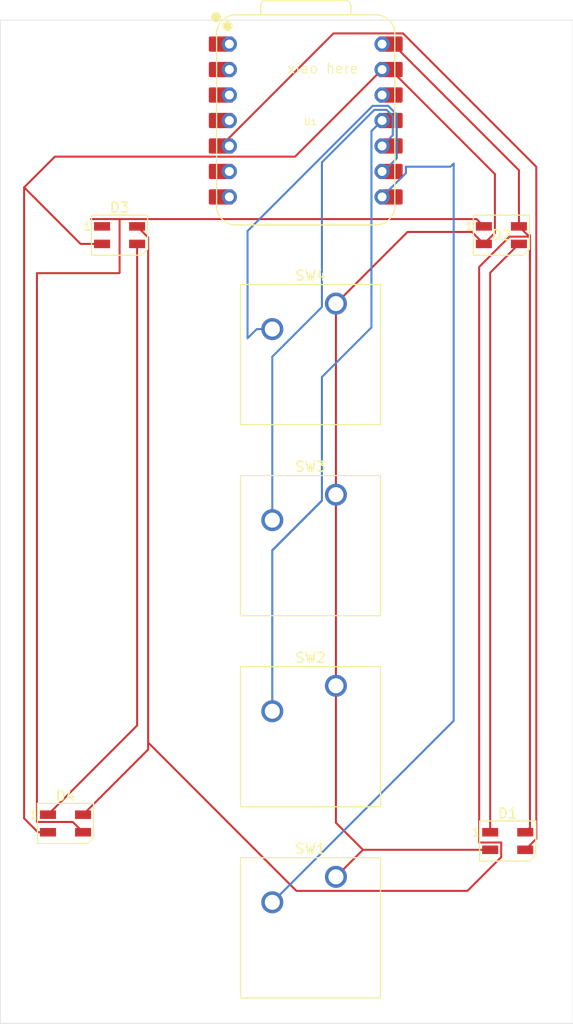
<source format=kicad_pcb>
(kicad_pcb (version 20241229) (generator "pcbnew") (generator_version "9.0")
  (layers (0 "F.Cu" signal) (2 "B.Cu" signal) (13 "F.Paste" user) (15 "B.Paste" user) (5 "F.SilkS" user "F.Silkscreen") (7 "B.SilkS" user "B.Silkscreen") (1 "F.Mask" user) (3 "B.Mask" user) (25 "Edge.Cuts" user))
  (net 0 "")
  (net 1 "GND")
  (net 2 "Net-(D1-DOUT)")
  (net 3 "Net-(D1-DIN)")
  (net 4 "+5V")
  (net 5 "Net-(D2-DOUT)")
  (net 7 "Net-(D3-DIN)")
  (net 8 "Net-(U1-GPIO1{slash}RX)")
  (net 9 "Net-(U1-GPIO3{slash}MOSI)")
  (net 10 "Net-(U1-GPIO4{slash}MISO)")
  (net 11 "Net-(U1-GPIO2{slash}SCK)")
  (footprint "Button_Switch_Keyboard:SW_Cherry_MX_1.00u_PCB" (layer "F.Cu") (at 152.55875 52.07)
    (property "Reference" "SW4" (at -2.54 -2.794 0) (layer "F.SilkS"))
    (property "Value" "SW_Push")
    (fp_line (start -9.525 -1.905) (end 4.445 -1.905) (stroke (width 0.12)) (layer "F.SilkS"))
    (fp_line (start -9.525 12.065) (end -9.525 -1.905) (stroke (width 0.12)) (layer "F.SilkS"))
    (fp_line (start 4.445 -1.905) (end 4.445 12.065) (stroke (width 0.12)) (layer "F.SilkS"))
    (fp_line (start 4.445 12.065) (end -9.525 12.065) (stroke (width 0.12)) (layer "F.SilkS"))
    (pad "" np_thru_hole circle (at -7.62 5.08) (size 1.7 1.7) (drill 1.7) (layers "*.Cu" "*.Mask"))
    (pad "" np_thru_hole circle (at -2.54 5.08) (size 4 4) (drill 4) (layers "*.Cu" "*.Mask"))
    (pad "" np_thru_hole circle (at 2.54 5.08) (size 1.7 1.7) (drill 1.7) (layers "*.Cu" "*.Mask"))
    (pad "1" thru_hole circle (at 0 0) (size 2.2 2.2) (drill 1.5) (layers "*.Cu" "*.Mask") (net 1 "GND"))
    (pad "2" thru_hole circle (at -6.35 2.54) (size 2.2 2.2) (drill 1.5) (layers "*.Cu" "*.Mask") (net 11 "Net-(U1-GPIO2{slash}SCK)"))
  )
  (footprint "Seeed Studio XIAO Series Library:XIAO-RP2040-DIP" (layer "F.Cu") (at 149.5425 33.81375)
    (property "Reference" "U1" (at 0.47625 0.15875 0) (layer "F.SilkS") (effects (font (size 0.635 0.635) (thickness 0.1016))))
    (property "Value" "XIAO-RP2040-DIP")
    (fp_line (start -8.89 8.509) (end -8.89 -8.636) (stroke (width 0.127)) (layer "F.SilkS"))
    (fp_line (start -6.985 10.414) (end 6.985 10.414) (stroke (width 0.127)) (layer "F.SilkS"))
    (fp_line (start -4.495 -10.541) (end -4.491272 -11.451272) (stroke (width 0.127)) (layer "F.SilkS"))
    (fp_line (start -3.991272 -11.951) (end 4.004 -11.951) (stroke (width 0.127)) (layer "F.SilkS"))
    (fp_line (start 4.504 -11.451) (end 4.504 -10.541) (stroke (width 0.127)) (layer "F.SilkS"))
    (fp_line (start 6.985 -10.541) (end -6.985 -10.541) (stroke (width 0.1)) (layer "F.SilkS"))
    (fp_line (start 6.985 -10.541) (end -6.985 -10.541) (stroke (width 0.127)) (layer "F.SilkS"))
    (fp_line (start 8.89 8.509) (end 8.89 -8.636) (stroke (width 0.127)) (layer "F.SilkS"))
    (fp_arc (start -8.89 -8.636) (mid -8.332038 -9.983038) (end -6.985 -10.541) (stroke (width 0.127)) (layer "F.SilkS"))
    (fp_arc (start -6.985 10.414) (mid -8.332038 9.856038) (end -8.89 8.509) (stroke (width 0.127)) (layer "F.SilkS"))
    (fp_arc (start -4.491272 -11.451272) (mid -4.344728 -11.80464) (end -3.991272 -11.951) (stroke (width 0.127)) (layer "F.SilkS"))
    (fp_arc (start 4.004 -11.951) (mid 4.357553 -11.804553) (end 4.504 -11.451) (stroke (width 0.127)) (layer "F.SilkS"))
    (fp_arc (start 6.985 -10.541) (mid 8.332038 -9.983038) (end 8.89 -8.636) (stroke (width 0.127)) (layer "F.SilkS"))
    (fp_arc (start 8.89 8.509) (mid 8.332038 9.856038) (end 6.985 10.414) (stroke (width 0.127)) (layer "F.SilkS"))
    (fp_circle (center -8.95 -10.3) (end -8.95 -10.554) (stroke (width 0.5)) (fill yes) (layer "F.SilkS"))
    (fp_circle (center -7.807 -9.42) (end -7.807 -9.674) (stroke (width 0.5)) (fill yes) (layer "F.SilkS"))
    (pad "1" smd roundrect (at -8.455 -7.62 180) (size 2.432 1.524) (layers "F.Cu" "F.Mask") (roundrect_rratio 0.1))
    (pad "1" thru_hole circle (at -7.62 -7.62 180) (size 1.524 1.524) (drill 0.889) (layers "*.Cu" "*.Mask"))
    (pad "2" smd roundrect (at -8.455 -5.08 180) (size 2.432 1.524) (layers "F.Cu" "F.Mask") (roundrect_rratio 0.1))
    (pad "2" thru_hole circle (at -7.62 -5.08 180) (size 1.524 1.524) (drill 0.889) (layers "*.Cu" "*.Mask"))
    (pad "3" smd roundrect (at -8.455 -2.54 180) (size 2.432 1.524) (layers "F.Cu" "F.Mask") (roundrect_rratio 0.1))
    (pad "3" thru_hole circle (at -7.62 -2.54 180) (size 1.524 1.524) (drill 0.889) (layers "*.Cu" "*.Mask"))
    (pad "4" smd roundrect (at -8.455 0 180) (size 2.432 1.524) (layers "F.Cu" "F.Mask") (roundrect_rratio 0.1))
    (pad "4" thru_hole circle (at -7.62 0 180) (size 1.524 1.524) (drill 0.889) (layers "*.Cu" "*.Mask"))
    (pad "5" smd roundrect (at -8.455 2.54 180) (size 2.432 1.524) (layers "F.Cu" "F.Mask") (roundrect_rratio 0.1) (net 3 "Net-(D1-DIN)"))
    (pad "5" thru_hole circle (at -7.62 2.54 180) (size 1.524 1.524) (drill 0.889) (layers "*.Cu" "*.Mask") (net 3 "Net-(D1-DIN)"))
    (pad "6" smd roundrect (at -8.455 5.08 180) (size 2.432 1.524) (layers "F.Cu" "F.Mask") (roundrect_rratio 0.1))
    (pad "6" thru_hole circle (at -7.62 5.08 180) (size 1.524 1.524) (drill 0.889) (layers "*.Cu" "*.Mask"))
    (pad "7" smd roundrect (at -8.455 7.62 180) (size 2.432 1.524) (layers "F.Cu" "F.Mask") (roundrect_rratio 0.1))
    (pad "7" thru_hole circle (at -7.62 7.62 180) (size 1.524 1.524) (drill 0.889) (layers "*.Cu" "*.Mask"))
    (pad "8" thru_hole circle (at 7.62 7.62) (size 1.524 1.524) (drill 0.889) (layers "*.Cu" "*.Mask") (net 8 "Net-(U1-GPIO1{slash}RX)"))
    (pad "8" smd roundrect (at 8.455 7.62) (size 2.432 1.524) (layers "F.Cu" "F.Mask") (roundrect_rratio 0.1) (net 8 "Net-(U1-GPIO1{slash}RX)"))
    (pad "9" thru_hole circle (at 7.62 5.08) (size 1.524 1.524) (drill 0.889) (layers "*.Cu" "*.Mask") (net 11 "Net-(U1-GPIO2{slash}SCK)"))
    (pad "9" smd roundrect (at 8.455 5.08) (size 2.432 1.524) (layers "F.Cu" "F.Mask") (roundrect_rratio 0.1) (net 11 "Net-(U1-GPIO2{slash}SCK)"))
    (pad "10" thru_hole circle (at 7.62 2.54) (size 1.524 1.524) (drill 0.889) (layers "*.Cu" "*.Mask") (net 10 "Net-(U1-GPIO4{slash}MISO)"))
    (pad "10" smd roundrect (at 8.455 2.54) (size 2.432 1.524) (layers "F.Cu" "F.Mask") (roundrect_rratio 0.1) (net 10 "Net-(U1-GPIO4{slash}MISO)"))
    (pad "11" thru_hole circle (at 7.62 0) (size 1.524 1.524) (drill 0.889) (layers "*.Cu" "*.Mask") (net 9 "Net-(U1-GPIO3{slash}MOSI)"))
    (pad "11" smd roundrect (at 8.455 0) (size 2.432 1.524) (layers "F.Cu" "F.Mask") (roundrect_rratio 0.1) (net 9 "Net-(U1-GPIO3{slash}MOSI)"))
    (pad "12" thru_hole circle (at 7.62 -2.54) (size 1.524 1.524) (drill 0.889) (layers "*.Cu" "*.Mask"))
    (pad "12" smd roundrect (at 8.455 -2.54) (size 2.432 1.524) (layers "F.Cu" "F.Mask") (roundrect_rratio 0.1))
    (pad "13" thru_hole circle (at 7.62 -5.08) (size 1.524 1.524) (drill 0.889) (layers "*.Cu" "*.Mask") (net 1 "GND"))
    (pad "13" smd roundrect (at 8.455 -5.08) (size 2.432 1.524) (layers "F.Cu" "F.Mask") (roundrect_rratio 0.1) (net 1 "GND"))
    (pad "14" thru_hole circle (at 7.62 -7.62) (size 1.524 1.524) (drill 0.889) (layers "*.Cu" "*.Mask") (net 4 "+5V"))
    (pad "14" smd roundrect (at 8.455 -7.62) (size 2.432 1.524) (layers "F.Cu" "F.Mask") (roundrect_rratio 0.1) (net 4 "+5V"))
  )
  (footprint "LED_SMD:LED_SK6812MINI_PLCC4_3.5x3.5mm_P1.75mm" (layer "F.Cu") (at 130.96875 45.24375)
    (property "Reference" "D3" (at 0 -2.75 0) (layer "F.SilkS"))
    (property "Value" "SK6812MINI")
    (fp_line (start -2.8 -2) (end -2.8 2) (stroke (width 0.12)) (layer "F.SilkS"))
    (fp_line (start -2.8 -2) (end 2.8 -2) (stroke (width 0.12)) (layer "F.SilkS"))
    (fp_line (start -2.8 2) (end 2.2 2) (stroke (width 0.12)) (layer "F.SilkS"))
    (fp_line (start 2.8 1.4) (end 2.2 2) (stroke (width 0.12)) (layer "F.SilkS"))
    (fp_line (start 2.8 1.4) (end 2.8 -2) (stroke (width 0.12)) (layer "F.SilkS"))
    (fp_text user "1" (at -3.2 -0.875 0) (layer "F.SilkS") (effects (font (size 0.8 0.8))))
    (pad "1" smd rect (at -1.75 -0.875) (size 1.6 0.85) (layers "F.Cu" "F.Mask" "F.Paste"))
    (pad "2" smd rect (at -1.75 0.875) (size 1.6 0.85) (layers "F.Cu" "F.Mask" "F.Paste") (net 1 "GND"))
    (pad "3" smd rect (at 1.75 0.875) (size 1.6 0.85) (layers "F.Cu" "F.Mask" "F.Paste") (net 7 "Net-(D3-DIN)"))
    (pad "4" smd rect (at 1.75 -0.875) (size 1.6 0.85) (layers "F.Cu" "F.Mask" "F.Paste") (net 4 "+5V"))
  )
  (footprint "Button_Switch_Keyboard:SW_Cherry_MX_1.00u_PCB" (layer "F.Cu") (at 152.55875 71.12)
    (property "Reference" "SW3" (at -2.54 -2.794 0) (layer "F.SilkS"))
    (property "Value" "SW_Push")
    (fp_line (start -9.525 -1.905) (end 4.445 -1.905) (stroke (width 0.12)) (layer "F.SilkS"))
    (fp_line (start -9.525 12.065) (end -9.525 -1.905) (stroke (width 0.12)) (layer "F.SilkS"))
    (fp_line (start 4.445 -1.905) (end 4.445 12.065) (stroke (width 0.12)) (layer "F.SilkS"))
    (fp_line (start 4.445 12.065) (end -9.525 12.065) (stroke (width 0.12)) (layer "F.SilkS"))
    (pad "" np_thru_hole circle (at -7.62 5.08) (size 1.7 1.7) (drill 1.7) (layers "*.Cu" "*.Mask"))
    (pad "" np_thru_hole circle (at -2.54 5.08) (size 4 4) (drill 4) (layers "*.Cu" "*.Mask"))
    (pad "" np_thru_hole circle (at 2.54 5.08) (size 1.7 1.7) (drill 1.7) (layers "*.Cu" "*.Mask"))
    (pad "1" thru_hole circle (at 0 0) (size 2.2 2.2) (drill 1.5) (layers "*.Cu" "*.Mask") (net 1 "GND"))
    (pad "2" thru_hole circle (at -6.35 2.54) (size 2.2 2.2) (drill 1.5) (layers "*.Cu" "*.Mask") (net 10 "Net-(U1-GPIO4{slash}MISO)"))
  )
  (footprint "Button_Switch_Keyboard:SW_Cherry_MX_1.00u_PCB" (layer "F.Cu") (at 152.55875 90.17)
    (property "Reference" "SW2" (at -2.54 -2.794 0) (layer "F.SilkS"))
    (property "Value" "SW_Push")
    (fp_line (start -9.525 -1.905) (end 4.445 -1.905) (stroke (width 0.12)) (layer "F.SilkS"))
    (fp_line (start -9.525 12.065) (end -9.525 -1.905) (stroke (width 0.12)) (layer "F.SilkS"))
    (fp_line (start 4.445 -1.905) (end 4.445 12.065) (stroke (width 0.12)) (layer "F.SilkS"))
    (fp_line (start 4.445 12.065) (end -9.525 12.065) (stroke (width 0.12)) (layer "F.SilkS"))
    (pad "" np_thru_hole circle (at -7.62 5.08) (size 1.7 1.7) (drill 1.7) (layers "*.Cu" "*.Mask"))
    (pad "" np_thru_hole circle (at -2.54 5.08) (size 4 4) (drill 4) (layers "*.Cu" "*.Mask"))
    (pad "" np_thru_hole circle (at 2.54 5.08) (size 1.7 1.7) (drill 1.7) (layers "*.Cu" "*.Mask"))
    (pad "1" thru_hole circle (at 0 0) (size 2.2 2.2) (drill 1.5) (layers "*.Cu" "*.Mask") (net 1 "GND"))
    (pad "2" thru_hole circle (at -6.35 2.54) (size 2.2 2.2) (drill 1.5) (layers "*.Cu" "*.Mask") (net 9 "Net-(U1-GPIO3{slash}MOSI)"))
  )
  (footprint "Button_Switch_Keyboard:SW_Cherry_MX_1.00u_PCB" (layer "F.Cu") (at 152.55875 109.22)
    (property "Reference" "SW1" (at -2.54 -2.794 0) (layer "F.SilkS"))
    (property "Value" "SW_Push")
    (fp_line (start -9.525 -1.905) (end 4.445 -1.905) (stroke (width 0.12)) (layer "F.SilkS"))
    (fp_line (start -9.525 12.065) (end -9.525 -1.905) (stroke (width 0.12)) (layer "F.SilkS"))
    (fp_line (start 4.445 -1.905) (end 4.445 12.065) (stroke (width 0.12)) (layer "F.SilkS"))
    (fp_line (start 4.445 12.065) (end -9.525 12.065) (stroke (width 0.12)) (layer "F.SilkS"))
    (pad "" np_thru_hole circle (at -7.62 5.08) (size 1.7 1.7) (drill 1.7) (layers "*.Cu" "*.Mask"))
    (pad "" np_thru_hole circle (at -2.54 5.08) (size 4 4) (drill 4) (layers "*.Cu" "*.Mask"))
    (pad "" np_thru_hole circle (at 2.54 5.08) (size 1.7 1.7) (drill 1.7) (layers "*.Cu" "*.Mask"))
    (pad "1" thru_hole circle (at 0 0) (size 2.2 2.2) (drill 1.5) (layers "*.Cu" "*.Mask") (net 1 "GND"))
    (pad "2" thru_hole circle (at -6.35 2.54) (size 2.2 2.2) (drill 1.5) (layers "*.Cu" "*.Mask") (net 8 "Net-(U1-GPIO1{slash}RX)"))
  )
  (footprint "LED_SMD:LED_SK6812MINI_PLCC4_3.5x3.5mm_P1.75mm" (layer "F.Cu") (at 169.7 105.65)
    (property "Reference" "D1" (at 0 -2.75 0) (layer "F.SilkS"))
    (property "Value" "SK6812MINI")
    (fp_line (start -2.8 -2) (end -2.8 2) (stroke (width 0.12)) (layer "F.SilkS"))
    (fp_line (start -2.8 -2) (end 2.8 -2) (stroke (width 0.12)) (layer "F.SilkS"))
    (fp_line (start -2.8 2) (end 2.2 2) (stroke (width 0.12)) (layer "F.SilkS"))
    (fp_line (start 2.8 1.4) (end 2.2 2) (stroke (width 0.12)) (layer "F.SilkS"))
    (fp_line (start 2.8 1.4) (end 2.8 -2) (stroke (width 0.12)) (layer "F.SilkS"))
    (fp_text user "1" (at -3.2 -0.875 0) (layer "F.SilkS") (effects (font (size 0.8 0.8))))
    (pad "1" smd rect (at -1.75 -0.875) (size 1.6 0.85) (layers "F.Cu" "F.Mask" "F.Paste") (net 2 "Net-(D1-DOUT)"))
    (pad "2" smd rect (at -1.75 0.875) (size 1.6 0.85) (layers "F.Cu" "F.Mask" "F.Paste") (net 1 "GND"))
    (pad "3" smd rect (at 1.75 0.875) (size 1.6 0.85) (layers "F.Cu" "F.Mask" "F.Paste") (net 3 "Net-(D1-DIN)"))
    (pad "4" smd rect (at 1.75 -0.875) (size 1.6 0.85) (layers "F.Cu" "F.Mask" "F.Paste") (net 4 "+5V"))
  )
  (footprint "LED_SMD:LED_SK6812MINI_PLCC4_3.5x3.5mm_P1.75mm" (layer "F.Cu") (at 125.575 103.9)
    (property "Reference" "D4" (at 0 -2.75 0) (layer "F.SilkS"))
    (property "Value" "SK6812MINI")
    (fp_line (start -2.8 -2) (end -2.8 2) (stroke (width 0.12)) (layer "F.SilkS"))
    (fp_line (start -2.8 -2) (end 2.8 -2) (stroke (width 0.12)) (layer "F.SilkS"))
    (fp_line (start -2.8 2) (end 2.2 2) (stroke (width 0.12)) (layer "F.SilkS"))
    (fp_line (start 2.8 1.4) (end 2.2 2) (stroke (width 0.12)) (layer "F.SilkS"))
    (fp_line (start 2.8 1.4) (end 2.8 -2) (stroke (width 0.12)) (layer "F.SilkS"))
    (fp_text user "1" (at -3.2 -0.875 0) (layer "F.SilkS") (effects (font (size 0.8 0.8))))
    (pad "1" smd rect (at -1.75 -0.875) (size 1.6 0.85) (layers "F.Cu" "F.Mask" "F.Paste") (net 7 "Net-(D3-DIN)"))
    (pad "2" smd rect (at -1.75 0.875) (size 1.6 0.85) (layers "F.Cu" "F.Mask" "F.Paste") (net 1 "GND"))
    (pad "3" smd rect (at 1.75 0.875) (size 1.6 0.85) (layers "F.Cu" "F.Mask" "F.Paste") (net 5 "Net-(D2-DOUT)"))
    (pad "4" smd rect (at 1.75 -0.875) (size 1.6 0.85) (layers "F.Cu" "F.Mask" "F.Paste") (net 4 "+5V"))
  )
  (footprint "LED_SMD:LED_SK6812MINI_PLCC4_3.5x3.5mm_P1.75mm" (layer "F.Cu") (at 169.06875 45.24375)
    (property "Reference" "D2" (at 0 0 0) (layer "F.SilkS"))
    (property "Value" "SK6812MINI")
    (fp_line (start -2.8 -2) (end -2.8 2) (stroke (width 0.12)) (layer "F.SilkS"))
    (fp_line (start -2.8 -2) (end 2.8 -2) (stroke (width 0.12)) (layer "F.SilkS"))
    (fp_line (start -2.8 2) (end 2.2 2) (stroke (width 0.12)) (layer "F.SilkS"))
    (fp_line (start 2.8 1.4) (end 2.2 2) (stroke (width 0.12)) (layer "F.SilkS"))
    (fp_line (start 2.8 1.4) (end 2.8 -2) (stroke (width 0.12)) (layer "F.SilkS"))
    (fp_text user "1" (at -3.2 -0.875 0) (layer "F.SilkS") (effects (font (size 0.8 0.8))))
    (pad "1" smd rect (at -1.75 -0.875) (size 1.6 0.85) (layers "F.Cu" "F.Mask" "F.Paste") (net 5 "Net-(D2-DOUT)"))
    (pad "2" smd rect (at -1.75 0.875) (size 1.6 0.85) (layers "F.Cu" "F.Mask" "F.Paste") (net 1 "GND"))
    (pad "3" smd rect (at 1.75 0.875) (size 1.6 0.85) (layers "F.Cu" "F.Mask" "F.Paste") (net 2 "Net-(D1-DOUT)"))
    (pad "4" smd rect (at 1.75 -0.875) (size 1.6 0.85) (layers "F.Cu" "F.Mask" "F.Paste") (net 4 "+5V"))
  )
  (gr_rect (start 119.0625 23.8125) (end 176.2125 123.825) (stroke (width 0.05)) (fill no) (layer "Edge.Cuts"))
  (gr_text "xiao here" (at 147.6375 29.21 0) (layer "F.SilkS") (effects (font (size 1 1) (thickness 0.1)) (justify left bottom)))
  (segment (start 152.55875 103.83) (end 155.25375 106.525) (width 0.2) (layer "F.Cu") (net 1))
  (segment (start 152.55875 71.12) (end 152.55875 52.07) (width 0.2) (layer "F.Cu") (net 1))
  (segment (start 152.87625 89.8525) (end 152.55875 90.17) (width 0.2) (layer "F.Cu") (net 1))
  (segment (start 168.41975 45.01775) (end 168.41975 39.156) (width 0.2) (layer "F.Cu") (net 1))
  (segment (start 159.7025 44.92625) (end 152.55875 52.07) (width 0.2) (layer "F.Cu") (net 1))
  (segment (start 155.25375 106.525) (end 152.55875 109.22) (width 0.2) (layer "F.Cu") (net 1))
  (segment (start 166.12625 44.92625) (end 167.31875 46.11875) (width 0.2) (layer "F.Cu") (net 1))
  (segment (start 148.4795 37.41675) (end 124.50825 37.41675) (width 0.2) (layer "F.Cu") (net 1))
  (segment (start 121.44375 103.39375) (end 122.825 104.775) (width 0.2) (layer "F.Cu") (net 1))
  (segment (start 168.41975 39.156) (end 157.9975 28.73375) (width 0.2) (layer "F.Cu") (net 1))
  (segment (start 121.44375 40.48125) (end 127.08125 46.11875) (width 0.2) (layer "F.Cu") (net 1))
  (segment (start 167.95 106.525) (end 155.25375 106.525) (width 0.2) (layer "F.Cu") (net 1))
  (segment (start 166.12625 44.92625) (end 159.7025 44.92625) (width 0.2) (layer "F.Cu") (net 1))
  (segment (start 127.08125 46.11875) (end 129.21875 46.11875) (width 0.2) (layer "F.Cu") (net 1))
  (segment (start 124.50825 37.41675) (end 121.44375 40.48125) (width 0.2) (layer "F.Cu") (net 1))
  (segment (start 121.44375 40.48125) (end 121.44375 103.39375) (width 0.2) (layer "F.Cu") (net 1))
  (segment (start 152.87625 70.8025) (end 152.55875 71.12) (width 0.2) (layer "F.Cu") (net 1))
  (segment (start 157.1625 28.73375) (end 148.4795 37.41675) (width 0.2) (layer "F.Cu") (net 1))
  (segment (start 152.55875 52.07) (end 152.55875 52.22875) (width 0.2) (layer "F.Cu") (net 1))
  (segment (start 122.825 104.775) (end 123.825 104.775) (width 0.2) (layer "F.Cu") (net 1))
  (segment (start 152.55875 52.22875) (end 152.4 52.3875) (width 0.2) (layer "F.Cu") (net 1))
  (segment (start 152.55875 71.12) (end 152.55875 90.17) (width 0.2) (layer "F.Cu") (net 1))
  (segment (start 152.55875 90.17) (end 152.55875 103.83) (width 0.2) (layer "F.Cu") (net 1))
  (segment (start 167.31875 46.11875) (end 168.41975 45.01775) (width 0.2) (layer "F.Cu") (net 1))
  (segment (start 167.95 48.9875) (end 167.95 104.775) (width 0.2) (layer "F.Cu") (net 2))
  (segment (start 170.81875 46.11875) (end 167.95 48.9875) (width 0.2) (layer "F.Cu") (net 2))
  (segment (start 152.3105 25.13075) (end 159.253126 25.13075) (width 0.2) (layer "F.Cu") (net 3))
  (segment (start 172.551 38.428624) (end 172.551 105.424) (width 0.2) (layer "F.Cu") (net 3))
  (segment (start 172.551 105.424) (end 171.45 106.525) (width 0.2) (layer "F.Cu") (net 3))
  (segment (start 159.253126 25.13075) (end 172.551 38.428624) (width 0.2) (layer "F.Cu") (net 3))
  (segment (start 141.0875 36.35375) (end 152.3105 25.13075) (width 0.2) (layer "F.Cu") (net 3))
  (segment (start 171.91975 45.39275) (end 171.91975 47.625) (width 0.2) (layer "F.Cu") (net 4))
  (segment (start 133.81975 45.46975) (end 133.81975 96.53025) (width 0.2) (layer "F.Cu") (net 4))
  (segment (start 157.1625 26.19375) (end 158.910326 26.19375) (width 0.2) (layer "F.Cu") (net 4))
  (segment (start 170.81875 44.36875) (end 171.69375 45.24375) (width 0.2) (layer "F.Cu") (net 4))
  (segment (start 171.69375 45.24375) (end 171.91975 45.24375) (width 0.2) (layer "F.Cu") (net 4))
  (segment (start 171.45 104.775) (end 171.91975 104.30525) (width 0.2) (layer "F.Cu") (net 4))
  (segment (start 157.1625 26.19375) (end 158.24013 26.19375) (width 0.2) (layer "F.Cu") (net 4))
  (segment (start 169.87175 45.39275) (end 171.91975 45.39275) (width 0.2) (layer "F.Cu") (net 4))
  (segment (start 169.051 105.799) (end 169.051 107.251) (width 0.2) (layer "F.Cu") (net 4))
  (segment (start 133.81975 45.46975) (end 132.71875 44.36875) (width 0.2) (layer "F.Cu") (net 4))
  (segment (start 168.82075 46.44375) (end 169.87175 45.39275) (width 0.2) (layer "F.Cu") (net 4))
  (segment (start 133.81975 96.53025) (end 127.325 103.025) (width 0.2) (layer "F.Cu") (net 4))
  (segment (start 148.6125 110.621) (end 133.81975 95.82825) (width 0.2) (layer "F.Cu") (net 4))
  (segment (start 170.81875 38.77237) (end 170.81875 44.36875) (width 0.2) (layer "F.Cu") (net 4))
  (segment (start 171.91975 104.30525) (end 171.91975 45.39275) (width 0.2) (layer "F.Cu") (net 4))
  (segment (start 169.051 107.251) (end 165.681 110.621) (width 0.2) (layer "F.Cu") (net 4))
  (segment (start 168.82075 46.44375) (end 166.849 48.4155) (width 0.2) (layer "F.Cu") (net 4))
  (segment (start 133.81975 95.82825) (end 133.81975 45.46975) (width 0.2) (layer "F.Cu") (net 4))
  (segment (start 166.849 105.799) (end 169.051 105.799) (width 0.2) (layer "F.Cu") (net 4))
  (segment (start 166.849 48.4155) (end 166.849 105.799) (width 0.2) (layer "F.Cu") (net 4))
  (segment (start 171.91975 45.39275) (end 171.91975 45.24375) (width 0.2) (layer "F.Cu") (net 4))
  (segment (start 165.681 110.621) (end 148.6125 110.621) (width 0.2) (layer "F.Cu") (net 4))
  (segment (start 158.24013 26.19375) (end 170.81875 38.77237) (width 0.2) (layer "F.Cu") (net 4))
  (segment (start 127.325 104.775) (end 126.301 103.751) (width 0.2) (layer "F.Cu") (net 5))
  (segment (start 126.301 103.751) (end 122.724 103.751) (width 0.2) (layer "F.Cu") (net 5))
  (segment (start 122.724 103.751) (end 122.724 49.0365) (width 0.2) (layer "F.Cu") (net 5))
  (segment (start 130.91775 49.0365) (end 130.96875 48.9855) (width 0.2) (layer "F.Cu") (net 5))
  (segment (start 130.96875 48.9855) (end 130.96875 43.64275) (width 0.2) (layer "F.Cu") (net 5))
  (segment (start 166.59275 43.64275) (end 167.31875 44.36875) (width 0.2) (layer "F.Cu") (net 5))
  (segment (start 122.724 49.0365) (end 130.91775 49.0365) (width 0.2) (layer "F.Cu") (net 5))
  (segment (start 128.11775 43.64275) (end 130.96875 43.64275) (width 0.2) (layer "F.Cu") (net 5))
  (segment (start 130.96875 43.64275) (end 166.59275 43.64275) (width 0.2) (layer "F.Cu") (net 5))
  (segment (start 132.71875 46.11875) (end 132.71875 94.13125) (width 0.2) (layer "F.Cu") (net 7))
  (segment (start 132.71875 94.13125) (end 123.825 103.025) (width 0.2) (layer "F.Cu") (net 7))
  (segment (start 164.30625 38.1) (end 163.98875 38.4175) (width 0.2) (layer "B.Cu") (net 8))
  (segment (start 159.54375 39.0525) (end 157.1625 41.43375) (width 0.2) (layer "B.Cu") (net 8))
  (segment (start 163.98875 38.4175) (end 159.54375 38.4175) (width 0.2) (layer "B.Cu") (net 8))
  (segment (start 164.30625 93.6625) (end 164.30625 38.1) (width 0.2) (layer "B.Cu") (net 8))
  (segment (start 146.20875 111.76) (end 164.30625 93.6625) (width 0.2) (layer "B.Cu") (net 8))
  (segment (start 159.54375 38.4175) (end 159.54375 39.0525) (width 0.2) (layer "B.Cu") (net 8))
  (segment (start 156.0995 54.45078) (end 156.0995 34.87675) (width 0.2) (layer "B.Cu") (net 9))
  (segment (start 146.20875 76.685184) (end 151.15775 71.736184) (width 0.2) (layer "B.Cu") (net 9))
  (segment (start 146.20875 76.649314) (end 151.15775 71.700314) (width 0.2) (layer "B.Cu") (net 9))
  (segment (start 156.0995 51.06925) (end 156.0995 34.87675) (width 0.2) (layer "B.Cu") (net 9))
  (segment (start 146.20875 92.71) (end 146.20875 76.685184) (width 0.2) (layer "B.Cu") (net 9))
  (segment (start 151.15775 71.700314) (end 151.15775 59.39253) (width 0.2) (layer "B.Cu") (net 9))
  (segment (start 156.0995 34.87675) (end 157.1625 33.81375) (width 0.2) (layer "B.Cu") (net 9))
  (segment (start 151.15775 59.39253) (end 156.0995 54.45078) (width 0.2) (layer "B.Cu") (net 9))
  (segment (start 146.20875 92.71) (end 146.20875 76.649314) (width 0.2) (layer "B.Cu") (net 9))
  (segment (start 151.15775 71.736184) (end 151.15775 63.15475) (width 0.2) (layer "B.Cu") (net 9))
  (segment (start 151.15775 52.415414) (end 151.15775 37.98299) (width 0.2) (layer "B.Cu") (net 10))
  (segment (start 151.15775 37.98299) (end 156.38999 32.75075) (width 0.2) (layer "B.Cu") (net 10))
  (segment (start 158.2255 33.37344) (end 158.2255 35.29075) (width 0.2) (layer "B.Cu") (net 10))
  (segment (start 157.60281 32.75075) (end 158.2255 33.37344) (width 0.2) (layer "B.Cu") (net 10))
  (segment (start 158.2255 35.29075) (end 157.1625 36.35375) (width 0.2) (layer "B.Cu") (net 10))
  (segment (start 146.20875 57.364414) (end 151.15775 52.415414) (width 0.2) (layer "B.Cu") (net 10))
  (segment (start 156.38999 32.75075) (end 157.60281 32.75075) (width 0.2) (layer "B.Cu") (net 10))
  (segment (start 146.20875 73.66) (end 146.20875 57.364414) (width 0.2) (layer "B.Cu") (net 10))
  (segment (start 157.1625 38.89375) (end 157.3156 38.89375) (width 0.2) (layer "B.Cu") (net 11))
  (segment (start 157.76891 32.34975) (end 156.22389 32.34975) (width 0.2) (layer "B.Cu") (net 11))
  (segment (start 156.22389 32.34975) (end 143.73775 44.83589) (width 0.2) (layer "B.Cu") (net 11))
  (segment (start 143.73775 44.83589) (end 143.73775 55.525366) (width 0.2) (layer "B.Cu") (net 11))
  (segment (start 146.20875 54.61) (end 144.653116 54.61) (width 0.2) (layer "B.Cu") (net 11))
  (segment (start 157.1625 39.52875) (end 157.1625 38.89375) (width 0.2) (layer "B.Cu") (net 11))
  (segment (start 144.653116 54.61) (end 143.73775 55.525366) (width 0.2) (layer "B.Cu") (net 11))
  (segment (start 158.6265 37.58285) (end 158.6265 33.20734) (width 0.2) (layer "B.Cu") (net 11))
  (segment (start 158.6265 33.20734) (end 157.76891 32.34975) (width 0.2) (layer "B.Cu") (net 11))
  (segment (start 157.3156 38.89375) (end 158.6265 37.58285) (width 0.2) (layer "B.Cu") (net 11))
)
</source>
